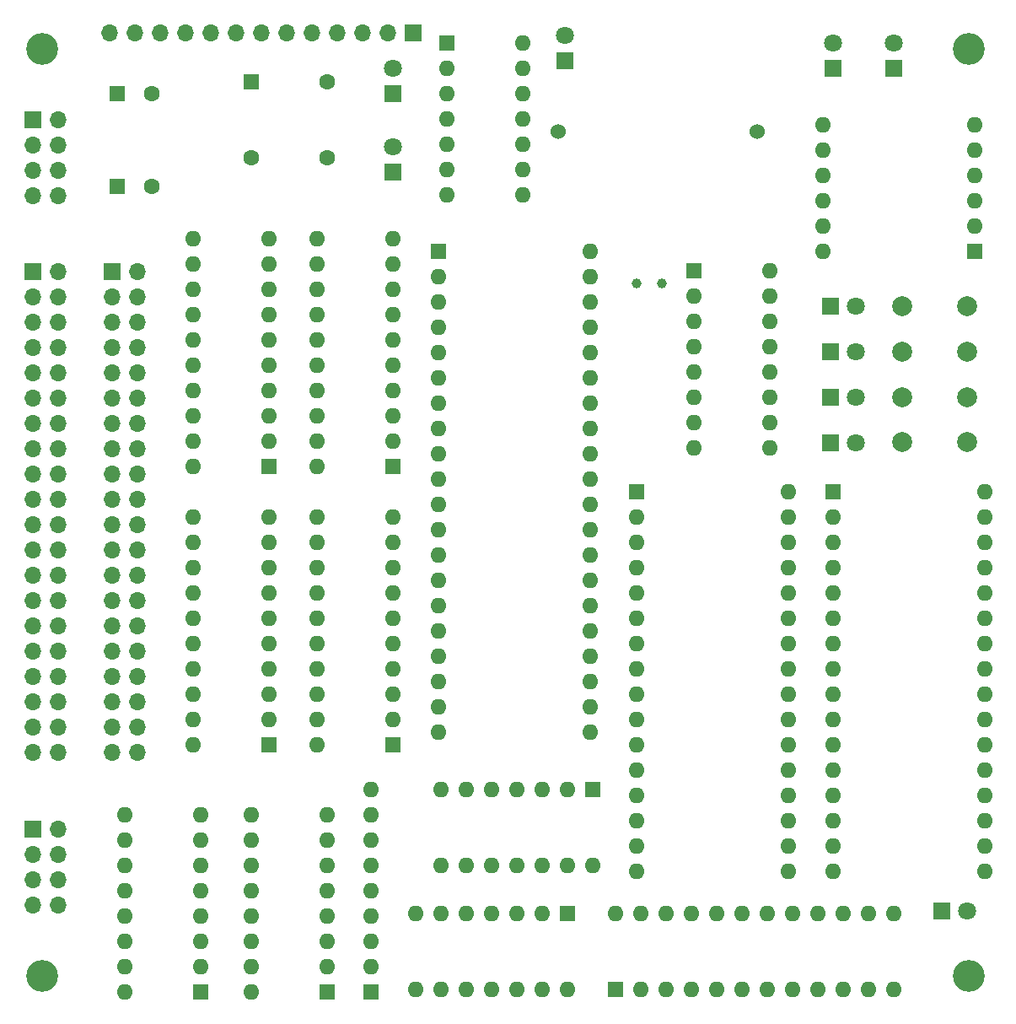
<source format=gbr>
%TF.GenerationSoftware,KiCad,Pcbnew,(5.1.9)-1*%
%TF.CreationDate,2021-05-23T14:47:50-04:00*%
%TF.ProjectId,cpu2,63707532-2e6b-4696-9361-645f70636258,rev?*%
%TF.SameCoordinates,Original*%
%TF.FileFunction,Soldermask,Top*%
%TF.FilePolarity,Negative*%
%FSLAX46Y46*%
G04 Gerber Fmt 4.6, Leading zero omitted, Abs format (unit mm)*
G04 Created by KiCad (PCBNEW (5.1.9)-1) date 2021-05-23 14:47:50*
%MOMM*%
%LPD*%
G01*
G04 APERTURE LIST*
%ADD10C,3.200000*%
%ADD11C,1.800000*%
%ADD12R,1.800000X1.800000*%
%ADD13O,1.700000X1.700000*%
%ADD14R,1.700000X1.700000*%
%ADD15C,1.600000*%
%ADD16R,1.600000X1.600000*%
%ADD17C,2.000000*%
%ADD18O,1.600000X1.600000*%
%ADD19C,1.000000*%
%ADD20C,1.524000*%
G04 APERTURE END LIST*
D10*
%TO.C,M4*%
X23500000Y-116500000D03*
%TD*%
%TO.C,M3*%
X23500000Y-23500000D03*
%TD*%
%TO.C,M2*%
X116500000Y-116500000D03*
%TD*%
%TO.C,M1*%
X116500000Y-23500000D03*
%TD*%
D11*
%TO.C,D10*%
X105156000Y-62992000D03*
D12*
X102616000Y-62992000D03*
%TD*%
D11*
%TO.C,D9*%
X105156000Y-58420000D03*
D12*
X102616000Y-58420000D03*
%TD*%
D11*
%TO.C,D8*%
X116332000Y-109982000D03*
D12*
X113792000Y-109982000D03*
%TD*%
D11*
%TO.C,D7*%
X108966000Y-22860000D03*
D12*
X108966000Y-25400000D03*
%TD*%
D11*
%TO.C,D6*%
X102870000Y-22860000D03*
D12*
X102870000Y-25400000D03*
%TD*%
D13*
%TO.C,J5*%
X30226000Y-21844000D03*
X32766000Y-21844000D03*
X35306000Y-21844000D03*
X37846000Y-21844000D03*
X40386000Y-21844000D03*
X42926000Y-21844000D03*
X45466000Y-21844000D03*
X48006000Y-21844000D03*
X50546000Y-21844000D03*
X53086000Y-21844000D03*
X55626000Y-21844000D03*
X58166000Y-21844000D03*
D14*
X60706000Y-21844000D03*
%TD*%
D11*
%TO.C,D5*%
X58674000Y-25400000D03*
D12*
X58674000Y-27940000D03*
%TD*%
D11*
%TO.C,D4*%
X58674000Y-33274000D03*
D12*
X58674000Y-35814000D03*
%TD*%
D11*
%TO.C,D3*%
X75946000Y-22098000D03*
D12*
X75946000Y-24638000D03*
%TD*%
D15*
%TO.C,C3*%
X34500000Y-37300000D03*
D16*
X31000000Y-37300000D03*
%TD*%
D17*
%TO.C,SW2*%
X116332000Y-58420000D03*
X116332000Y-62920000D03*
X109832000Y-58420000D03*
X109832000Y-62920000D03*
%TD*%
%TO.C,SW1*%
X116332000Y-49348000D03*
X116332000Y-53848000D03*
X109832000Y-49348000D03*
X109832000Y-53848000D03*
%TD*%
D16*
%TO.C,U8*%
X88900000Y-45720000D03*
D18*
X96520000Y-63500000D03*
X88900000Y-48260000D03*
X96520000Y-60960000D03*
X88900000Y-50800000D03*
X96520000Y-58420000D03*
X88900000Y-53340000D03*
X96520000Y-55880000D03*
X88900000Y-55880000D03*
X96520000Y-53340000D03*
X88900000Y-58420000D03*
X96520000Y-50800000D03*
X88900000Y-60960000D03*
X96520000Y-48260000D03*
X88900000Y-63500000D03*
X96520000Y-45720000D03*
%TD*%
D19*
%TO.C,Y1*%
X85725000Y-46990000D03*
X83185000Y-46990000D03*
%TD*%
D20*
%TO.C,BT1*%
X75330000Y-31750000D03*
X95330000Y-31750000D03*
%TD*%
D15*
%TO.C,C8*%
X34500000Y-28000000D03*
D16*
X31000000Y-28000000D03*
%TD*%
D18*
%TO.C,U10*%
X78740000Y-105410000D03*
X63500000Y-97790000D03*
X76200000Y-105410000D03*
X66040000Y-97790000D03*
X73660000Y-105410000D03*
X68580000Y-97790000D03*
X71120000Y-105410000D03*
X71120000Y-97790000D03*
X68580000Y-105410000D03*
X73660000Y-97790000D03*
X66040000Y-105410000D03*
X76200000Y-97790000D03*
X63500000Y-105410000D03*
D16*
X78740000Y-97790000D03*
%TD*%
D18*
%TO.C,U6*%
X76200000Y-117856000D03*
X60960000Y-110236000D03*
X73660000Y-117856000D03*
X63500000Y-110236000D03*
X71120000Y-117856000D03*
X66040000Y-110236000D03*
X68580000Y-117856000D03*
X68580000Y-110236000D03*
X66040000Y-117856000D03*
X71120000Y-110236000D03*
X63500000Y-117856000D03*
X73660000Y-110236000D03*
X60960000Y-117856000D03*
D16*
X76200000Y-110236000D03*
%TD*%
D18*
%TO.C,U1*%
X71755000Y-22860000D03*
X64135000Y-38100000D03*
X71755000Y-25400000D03*
X64135000Y-35560000D03*
X71755000Y-27940000D03*
X64135000Y-33020000D03*
X71755000Y-30480000D03*
X64135000Y-30480000D03*
X71755000Y-33020000D03*
X64135000Y-27940000D03*
X71755000Y-35560000D03*
X64135000Y-25400000D03*
X71755000Y-38100000D03*
D16*
X64135000Y-22860000D03*
%TD*%
D18*
%TO.C,U5*%
X81026000Y-110236000D03*
X108966000Y-117856000D03*
X83566000Y-110236000D03*
X106426000Y-117856000D03*
X86106000Y-110236000D03*
X103886000Y-117856000D03*
X88646000Y-110236000D03*
X101346000Y-117856000D03*
X91186000Y-110236000D03*
X98806000Y-117856000D03*
X93726000Y-110236000D03*
X96266000Y-117856000D03*
X96266000Y-110236000D03*
X93726000Y-117856000D03*
X98806000Y-110236000D03*
X91186000Y-117856000D03*
X101346000Y-110236000D03*
X88646000Y-117856000D03*
X103886000Y-110236000D03*
X86106000Y-117856000D03*
X106426000Y-110236000D03*
X83566000Y-117856000D03*
X108966000Y-110236000D03*
D16*
X81026000Y-117856000D03*
%TD*%
D18*
%TO.C,U4*%
X44450000Y-118110000D03*
X52070000Y-100330000D03*
X44450000Y-115570000D03*
X52070000Y-102870000D03*
X44450000Y-113030000D03*
X52070000Y-105410000D03*
X44450000Y-110490000D03*
X52070000Y-107950000D03*
X44450000Y-107950000D03*
X52070000Y-110490000D03*
X44450000Y-105410000D03*
X52070000Y-113030000D03*
X44450000Y-102870000D03*
X52070000Y-115570000D03*
X44450000Y-100330000D03*
D16*
X52070000Y-118110000D03*
%TD*%
D18*
%TO.C,U3*%
X31750000Y-118110000D03*
X39370000Y-100330000D03*
X31750000Y-115570000D03*
X39370000Y-102870000D03*
X31750000Y-113030000D03*
X39370000Y-105410000D03*
X31750000Y-110490000D03*
X39370000Y-107950000D03*
X31750000Y-107950000D03*
X39370000Y-110490000D03*
X31750000Y-105410000D03*
X39370000Y-113030000D03*
X31750000Y-102870000D03*
X39370000Y-115570000D03*
X31750000Y-100330000D03*
D16*
X39370000Y-118110000D03*
%TD*%
D18*
%TO.C,U2*%
X78499000Y-43815000D03*
X63259000Y-92075000D03*
X78499000Y-46355000D03*
X63259000Y-89535000D03*
X78499000Y-48895000D03*
X63259000Y-86995000D03*
X78499000Y-51435000D03*
X63259000Y-84455000D03*
X78499000Y-53975000D03*
X63259000Y-81915000D03*
X78499000Y-56515000D03*
X63259000Y-79375000D03*
X78499000Y-59055000D03*
X63259000Y-76835000D03*
X78499000Y-61595000D03*
X63259000Y-74295000D03*
X78499000Y-64135000D03*
X63259000Y-71755000D03*
X78499000Y-66675000D03*
X63259000Y-69215000D03*
X78499000Y-69215000D03*
X63259000Y-66675000D03*
X78499000Y-71755000D03*
X63259000Y-64135000D03*
X78499000Y-74295000D03*
X63259000Y-61595000D03*
X78499000Y-76835000D03*
X63259000Y-59055000D03*
X78499000Y-79375000D03*
X63259000Y-56515000D03*
X78499000Y-81915000D03*
X63259000Y-53975000D03*
X78499000Y-84455000D03*
X63259000Y-51435000D03*
X78499000Y-86995000D03*
X63259000Y-48895000D03*
X78499000Y-89535000D03*
X63259000Y-46355000D03*
X78499000Y-92075000D03*
D16*
X63259000Y-43815000D03*
%TD*%
%TO.C,U12*%
X83185000Y-67945000D03*
D18*
X98425000Y-106045000D03*
X83185000Y-70485000D03*
X98425000Y-103505000D03*
X83185000Y-73025000D03*
X98425000Y-100965000D03*
X83185000Y-75565000D03*
X98425000Y-98425000D03*
X83185000Y-78105000D03*
X98425000Y-95885000D03*
X83185000Y-80645000D03*
X98425000Y-93345000D03*
X83185000Y-83185000D03*
X98425000Y-90805000D03*
X83185000Y-85725000D03*
X98425000Y-88265000D03*
X83185000Y-88265000D03*
X98425000Y-85725000D03*
X83185000Y-90805000D03*
X98425000Y-83185000D03*
X83185000Y-93345000D03*
X98425000Y-80645000D03*
X83185000Y-95885000D03*
X98425000Y-78105000D03*
X83185000Y-98425000D03*
X98425000Y-75565000D03*
X83185000Y-100965000D03*
X98425000Y-73025000D03*
X83185000Y-103505000D03*
X98425000Y-70485000D03*
X83185000Y-106045000D03*
X98425000Y-67945000D03*
%TD*%
%TO.C,U11*%
X118110000Y-67945000D03*
X102870000Y-106045000D03*
X118110000Y-70485000D03*
X102870000Y-103505000D03*
X118110000Y-73025000D03*
X102870000Y-100965000D03*
X118110000Y-75565000D03*
X102870000Y-98425000D03*
X118110000Y-78105000D03*
X102870000Y-95885000D03*
X118110000Y-80645000D03*
X102870000Y-93345000D03*
X118110000Y-83185000D03*
X102870000Y-90805000D03*
X118110000Y-85725000D03*
X102870000Y-88265000D03*
X118110000Y-88265000D03*
X102870000Y-85725000D03*
X118110000Y-90805000D03*
X102870000Y-83185000D03*
X118110000Y-93345000D03*
X102870000Y-80645000D03*
X118110000Y-95885000D03*
X102870000Y-78105000D03*
X118110000Y-98425000D03*
X102870000Y-75565000D03*
X118110000Y-100965000D03*
X102870000Y-73025000D03*
X118110000Y-103505000D03*
X102870000Y-70485000D03*
X118110000Y-106045000D03*
D16*
X102870000Y-67945000D03*
%TD*%
D18*
%TO.C,U16*%
X38608000Y-65405000D03*
X46228000Y-42545000D03*
X38608000Y-62865000D03*
X46228000Y-45085000D03*
X38608000Y-60325000D03*
X46228000Y-47625000D03*
X38608000Y-57785000D03*
X46228000Y-50165000D03*
X38608000Y-55245000D03*
X46228000Y-52705000D03*
X38608000Y-52705000D03*
X46228000Y-55245000D03*
X38608000Y-50165000D03*
X46228000Y-57785000D03*
X38608000Y-47625000D03*
X46228000Y-60325000D03*
X38608000Y-45085000D03*
X46228000Y-62865000D03*
X38608000Y-42545000D03*
D16*
X46228000Y-65405000D03*
%TD*%
D18*
%TO.C,U15*%
X51054000Y-93345000D03*
X58674000Y-70485000D03*
X51054000Y-90805000D03*
X58674000Y-73025000D03*
X51054000Y-88265000D03*
X58674000Y-75565000D03*
X51054000Y-85725000D03*
X58674000Y-78105000D03*
X51054000Y-83185000D03*
X58674000Y-80645000D03*
X51054000Y-80645000D03*
X58674000Y-83185000D03*
X51054000Y-78105000D03*
X58674000Y-85725000D03*
X51054000Y-75565000D03*
X58674000Y-88265000D03*
X51054000Y-73025000D03*
X58674000Y-90805000D03*
X51054000Y-70485000D03*
D16*
X58674000Y-93345000D03*
%TD*%
D18*
%TO.C,U14*%
X51054000Y-65405000D03*
X58674000Y-42545000D03*
X51054000Y-62865000D03*
X58674000Y-45085000D03*
X51054000Y-60325000D03*
X58674000Y-47625000D03*
X51054000Y-57785000D03*
X58674000Y-50165000D03*
X51054000Y-55245000D03*
X58674000Y-52705000D03*
X51054000Y-52705000D03*
X58674000Y-55245000D03*
X51054000Y-50165000D03*
X58674000Y-57785000D03*
X51054000Y-47625000D03*
X58674000Y-60325000D03*
X51054000Y-45085000D03*
X58674000Y-62865000D03*
X51054000Y-42545000D03*
D16*
X58674000Y-65405000D03*
%TD*%
%TO.C,U13*%
X46228000Y-93345000D03*
D18*
X38608000Y-70485000D03*
X46228000Y-90805000D03*
X38608000Y-73025000D03*
X46228000Y-88265000D03*
X38608000Y-75565000D03*
X46228000Y-85725000D03*
X38608000Y-78105000D03*
X46228000Y-83185000D03*
X38608000Y-80645000D03*
X46228000Y-80645000D03*
X38608000Y-83185000D03*
X46228000Y-78105000D03*
X38608000Y-85725000D03*
X46228000Y-75565000D03*
X38608000Y-88265000D03*
X46228000Y-73025000D03*
X38608000Y-90805000D03*
X46228000Y-70485000D03*
X38608000Y-93345000D03*
%TD*%
D14*
%TO.C,J2*%
X22540000Y-30600000D03*
D13*
X25080000Y-30600000D03*
X22540000Y-33140000D03*
X25080000Y-33140000D03*
X22540000Y-35680000D03*
X25080000Y-35680000D03*
X22540000Y-38220000D03*
X25080000Y-38220000D03*
%TD*%
%TO.C,J1*%
X25080000Y-109400000D03*
X22540000Y-109400000D03*
X25080000Y-106860000D03*
X22540000Y-106860000D03*
X25080000Y-104320000D03*
X22540000Y-104320000D03*
X25080000Y-101780000D03*
D14*
X22540000Y-101780000D03*
%TD*%
D11*
%TO.C,D2*%
X105156000Y-49276000D03*
D12*
X102616000Y-49276000D03*
%TD*%
D13*
%TO.C,J4*%
X33080000Y-94130000D03*
X30540000Y-94130000D03*
X33080000Y-91590000D03*
X30540000Y-91590000D03*
X33080000Y-89050000D03*
X30540000Y-89050000D03*
X33080000Y-86510000D03*
X30540000Y-86510000D03*
X33080000Y-83970000D03*
X30540000Y-83970000D03*
X33080000Y-81430000D03*
X30540000Y-81430000D03*
X33080000Y-78890000D03*
X30540000Y-78890000D03*
X33080000Y-76350000D03*
X30540000Y-76350000D03*
X33080000Y-73810000D03*
X30540000Y-73810000D03*
X33080000Y-71270000D03*
X30540000Y-71270000D03*
X33080000Y-68730000D03*
X30540000Y-68730000D03*
X33080000Y-66190000D03*
X30540000Y-66190000D03*
X33080000Y-63650000D03*
X30540000Y-63650000D03*
X33080000Y-61110000D03*
X30540000Y-61110000D03*
X33080000Y-58570000D03*
X30540000Y-58570000D03*
X33080000Y-56030000D03*
X30540000Y-56030000D03*
X33080000Y-53490000D03*
X30540000Y-53490000D03*
X33080000Y-50950000D03*
X30540000Y-50950000D03*
X33080000Y-48410000D03*
X30540000Y-48410000D03*
X33080000Y-45870000D03*
D14*
X30540000Y-45870000D03*
%TD*%
D16*
%TO.C,X1*%
X44450000Y-26797000D03*
D15*
X52070000Y-26797000D03*
X52070000Y-34417000D03*
X44450000Y-34417000D03*
%TD*%
D11*
%TO.C,D1*%
X105156000Y-53848000D03*
D12*
X102616000Y-53848000D03*
%TD*%
D18*
%TO.C,U7*%
X101854000Y-43815000D03*
X101854000Y-41275000D03*
X101854000Y-38735000D03*
X101854000Y-36195000D03*
X101854000Y-33655000D03*
X101854000Y-31115000D03*
X117094000Y-31115000D03*
X117094000Y-33655000D03*
X117094000Y-36195000D03*
X117094000Y-38735000D03*
X117094000Y-41275000D03*
D16*
X117094000Y-43815000D03*
%TD*%
D18*
%TO.C,RN1*%
X56515000Y-97790000D03*
X56515000Y-100330000D03*
X56515000Y-102870000D03*
X56515000Y-105410000D03*
X56515000Y-107950000D03*
X56515000Y-110490000D03*
X56515000Y-113030000D03*
X56515000Y-115570000D03*
D16*
X56515000Y-118110000D03*
%TD*%
D13*
%TO.C,J3*%
X25080000Y-94130000D03*
X22540000Y-94130000D03*
X25080000Y-91590000D03*
X22540000Y-91590000D03*
X25080000Y-89050000D03*
X22540000Y-89050000D03*
X25080000Y-86510000D03*
X22540000Y-86510000D03*
X25080000Y-83970000D03*
X22540000Y-83970000D03*
X25080000Y-81430000D03*
X22540000Y-81430000D03*
X25080000Y-78890000D03*
X22540000Y-78890000D03*
X25080000Y-76350000D03*
X22540000Y-76350000D03*
X25080000Y-73810000D03*
X22540000Y-73810000D03*
X25080000Y-71270000D03*
X22540000Y-71270000D03*
X25080000Y-68730000D03*
X22540000Y-68730000D03*
X25080000Y-66190000D03*
X22540000Y-66190000D03*
X25080000Y-63650000D03*
X22540000Y-63650000D03*
X25080000Y-61110000D03*
X22540000Y-61110000D03*
X25080000Y-58570000D03*
X22540000Y-58570000D03*
X25080000Y-56030000D03*
X22540000Y-56030000D03*
X25080000Y-53490000D03*
X22540000Y-53490000D03*
X25080000Y-50950000D03*
X22540000Y-50950000D03*
X25080000Y-48410000D03*
X22540000Y-48410000D03*
X25080000Y-45870000D03*
D14*
X22540000Y-45870000D03*
%TD*%
M02*

</source>
